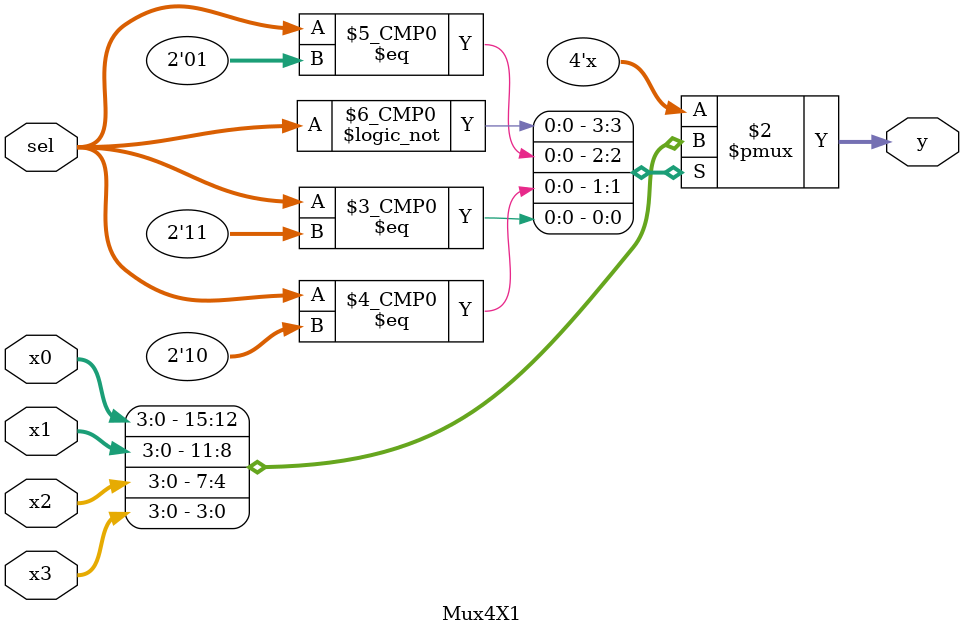
<source format=v>
`timescale 1ns / 1ps


module Mux4X1(
    input [3:0] x0,x1,x2,x3,
    input [1:0] sel,
    output reg[3:0]y    
    );
    
    always @(*) begin
        case(sel) 
        2'b00: y = x0;
        2'b01: y = x1;
        2'b10: y = x2;
        2'b11: y = x3;
        endcase
        end
endmodule

</source>
